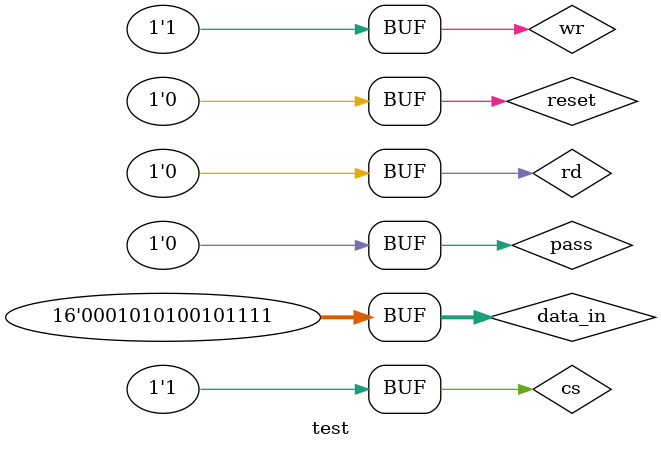
<source format=sv>
module test();
  reg [15:0]data_in;
  reg reset,rd,wr,cs,pass;
  wire [15:0]lock;
  nerv dut(.data_in(DATA_IN),.pass(PASS),.reset(RESET),.rd(READ),.wr(WRITE),.cs(CS),.lock(LOCK));
  initial begin
    $dumpfile("nerv.vcd");
    $dumpvars(0,test);
    if(pass == 0)
      begin
        wr<=1;
        rd<=0;
      end
    if(pass==1)
      begin
        rd<=0;
        wr<=1;
        #30
        wr<=0;
        rd<=1;
      end
  end
  initial begin
    	pass <=0;
        reset<=0;
        cs<=1;
        wr<=1;
        data_in<=5423;
    $display("Password is correct");
  end
    
endmodule

    
    
    

</source>
